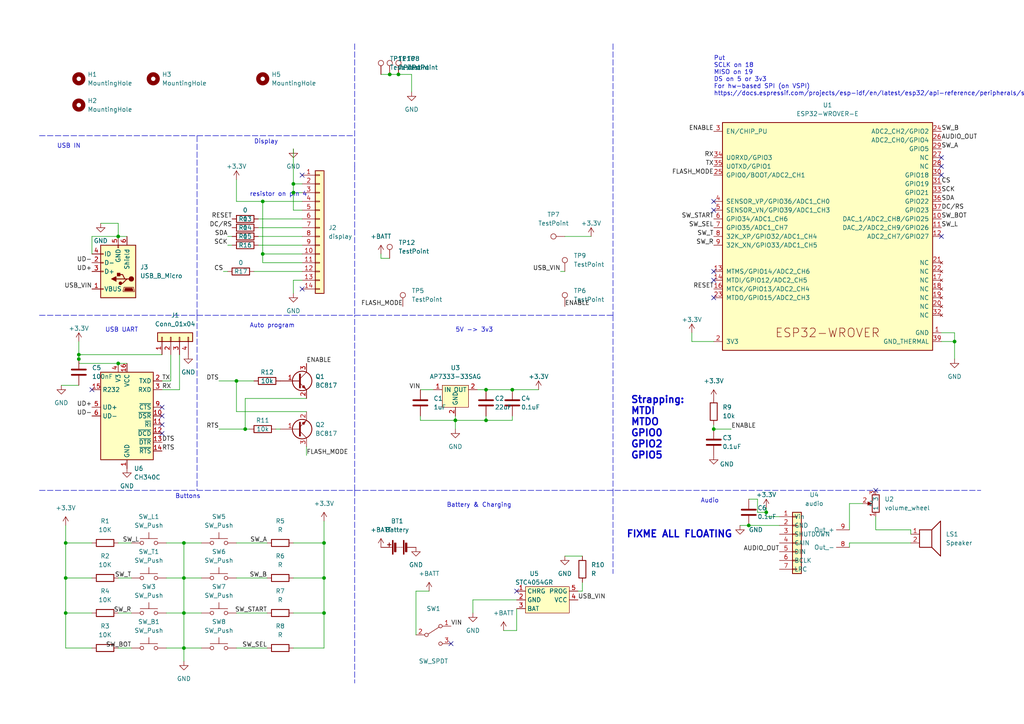
<source format=kicad_sch>
(kicad_sch (version 20211123) (generator eeschema)
  (paper "A4")
  (lib_symbols
    (symbol "+3.3V_3" (power) (pin_names (offset 0))
      (property "Value" "+3.3V_3" (at 0 3.556 0))
      (symbol "+3.3V_3_0_1"
        (polyline (pts (xy -0.762 1.27) (xy 0 2.54)))
        (polyline (pts (xy 0 0) (xy 0 2.54)))
        (polyline (pts (xy 0 2.54) (xy 0.762 1.27)))
      )
      (symbol "+3.3V_3_1_1"
        (pin power_in line (at 0 0 90) (length 0) hide (name "+3.3V") (number "1"))
      )
    )
    (symbol "+3.3V_4" (power) (pin_names (offset 0))
      (property "Value" "+3.3V_4" (at 0 3.556 0))
      (symbol "+3.3V_4_0_1"
        (polyline (pts (xy -0.762 1.27) (xy 0 2.54)))
        (polyline (pts (xy 0 0) (xy 0 2.54)))
        (polyline (pts (xy 0 2.54) (xy 0.762 1.27)))
      )
      (symbol "+3.3V_4_1_1"
        (pin power_in line (at 0 0 90) (length 0) hide (name "+3.3V") (number "1"))
      )
    )
    (symbol "+3.3V_5" (power) (pin_names (offset 0))
      (property "Value" "+3.3V_5" (at 0 3.556 0))
      (symbol "+3.3V_5_0_1"
        (polyline (pts (xy -0.762 1.27) (xy 0 2.54)))
        (polyline (pts (xy 0 0) (xy 0 2.54)))
        (polyline (pts (xy 0 2.54) (xy 0.762 1.27)))
      )
      (symbol "+3.3V_5_1_1"
        (pin power_in line (at 0 0 90) (length 0) hide (name "+3.3V") (number "1"))
      )
    )
    (symbol "Connector:TestPoint" (pin_numbers hide) (pin_names (offset 0.762) hide)
      (property "Reference" "TP" (at 0 6.858 0))
      (property "Value" "TestPoint" (at 0 5.08 0))
      (symbol "TestPoint_0_1"
        (circle (center 0 3.302) (radius 0.762))
      )
      (symbol "TestPoint_1_1"
        (pin passive line (at 0 0 90) (length 2.54) (name "1") (number "1"))
      )
    )
    (symbol "Connector:USB_B_Micro" (pin_names (offset 1.016))
      (property "Reference" "J" (at -5.08 11.43 0))
      (property "Value" "USB_B_Micro" (at -5.08 8.89 0))
      (symbol "USB_B_Micro_0_1"
        (rectangle (start -5.08 -7.62) (end 5.08 7.62) (stroke (width 0.254)) (fill (type background)))
        (circle (center -3.81 2.159) (radius 0.635) (stroke (width 0.254)) (fill (type outline)))
        (circle (center -0.635 3.429) (radius 0.381) (stroke (width 0.254)) (fill (type outline)))
        (rectangle (start -0.127 -7.62) (end 0.127 -6.858))
        (polyline (pts (xy -1.905 2.159) (xy 0.635 2.159)) (stroke (width 0.254)))
        (polyline (pts (xy -3.175 2.159) (xy -2.54 2.159) (xy -1.27 3.429) (xy -0.635 3.429)) (stroke (width 0.254)))
        (polyline (pts (xy -2.54 2.159) (xy -1.905 2.159) (xy -1.27 0.889) (xy 0 0.889)) (stroke (width 0.254)))
        (polyline (pts (xy 0.635 2.794) (xy 0.635 1.524) (xy 1.905 2.159) (xy 0.635 2.794)) (stroke (width 0.254)) (fill (type outline)))
        (polyline (pts (xy -4.318 5.588) (xy -1.778 5.588) (xy -2.032 4.826) (xy -4.064 4.826) (xy -4.318 5.588)) (fill (type outline)))
        (polyline (pts (xy -4.699 5.842) (xy -4.699 5.588) (xy -4.445 4.826) (xy -4.445 4.572) (xy -1.651 4.572) (xy -1.651 4.826) (xy -1.397 5.588) (xy -1.397 5.842) (xy -4.699 5.842)))
        (rectangle (start 0.254 1.27) (end -0.508 0.508) (stroke (width 0.254)) (fill (type outline)))
        (rectangle (start 5.08 -5.207) (end 4.318 -4.953))
        (rectangle (start 5.08 -2.667) (end 4.318 -2.413))
        (rectangle (start 5.08 -0.127) (end 4.318 0.127))
        (rectangle (start 5.08 4.953) (end 4.318 5.207))
      )
      (symbol "USB_B_Micro_1_1"
        (pin power_out line (at 7.62 5.08 180) (length 2.54) (name "VBUS") (number "1"))
        (pin bidirectional line (at 7.62 -2.54 180) (length 2.54) (name "D-") (number "2"))
        (pin bidirectional line (at 7.62 0 180) (length 2.54) (name "D+") (number "3"))
        (pin passive line (at 7.62 -5.08 180) (length 2.54) (name "ID") (number "4"))
        (pin power_out line (at 0 -10.16 90) (length 2.54) (name "GND") (number "5"))
        (pin passive line (at -2.54 -10.16 90) (length 2.54) (name "Shield") (number "6"))
      )
    )
    (symbol "Connector_Generic:Conn_01x04" (pin_names (offset 1.016) hide)
      (property "Reference" "J" (at 0 5.08 0))
      (property "Value" "Conn_01x04" (at 0 -7.62 0))
      (symbol "Conn_01x04_1_1"
        (rectangle (start -1.27 -4.953) (end 0 -5.207) (stroke (width 0.1524)))
        (rectangle (start -1.27 -2.413) (end 0 -2.667) (stroke (width 0.1524)))
        (rectangle (start -1.27 0.127) (end 0 -0.127) (stroke (width 0.1524)))
        (rectangle (start -1.27 2.667) (end 0 2.413) (stroke (width 0.1524)))
        (rectangle (start -1.27 3.81) (end 1.27 -6.35) (stroke (width 0.254)) (fill (type background)))
        (pin passive line (at -5.08 2.54 0) (length 3.81) (name "Pin_1") (number "1"))
        (pin passive line (at -5.08 0 0) (length 3.81) (name "Pin_2") (number "2"))
        (pin passive line (at -5.08 -2.54 0) (length 3.81) (name "Pin_3") (number "3"))
        (pin passive line (at -5.08 -5.08 0) (length 3.81) (name "Pin_4") (number "4"))
      )
    )
    (symbol "Connector_Generic:Conn_01x14" (pin_names (offset 1.016) hide)
      (property "Reference" "J" (at 0 17.78 0))
      (property "Value" "Conn_01x14" (at 0 -20.32 0))
      (symbol "Conn_01x14_1_1"
        (rectangle (start -1.27 -17.653) (end 0 -17.907) (stroke (width 0.1524)))
        (rectangle (start -1.27 -15.113) (end 0 -15.367) (stroke (width 0.1524)))
        (rectangle (start -1.27 -12.573) (end 0 -12.827) (stroke (width 0.1524)))
        (rectangle (start -1.27 -10.033) (end 0 -10.287) (stroke (width 0.1524)))
        (rectangle (start -1.27 -7.493) (end 0 -7.747) (stroke (width 0.1524)))
        (rectangle (start -1.27 -4.953) (end 0 -5.207) (stroke (width 0.1524)))
        (rectangle (start -1.27 -2.413) (end 0 -2.667) (stroke (width 0.1524)))
        (rectangle (start -1.27 0.127) (end 0 -0.127) (stroke (width 0.1524)))
        (rectangle (start -1.27 2.667) (end 0 2.413) (stroke (width 0.1524)))
        (rectangle (start -1.27 5.207) (end 0 4.953) (stroke (width 0.1524)))
        (rectangle (start -1.27 7.747) (end 0 7.493) (stroke (width 0.1524)))
        (rectangle (start -1.27 10.287) (end 0 10.033) (stroke (width 0.1524)))
        (rectangle (start -1.27 12.827) (end 0 12.573) (stroke (width 0.1524)))
        (rectangle (start -1.27 15.367) (end 0 15.113) (stroke (width 0.1524)))
        (rectangle (start -1.27 16.51) (end 1.27 -19.05) (stroke (width 0.254)) (fill (type background)))
        (pin passive line (at -5.08 15.24 0) (length 3.81) (name "Pin_1") (number "1"))
        (pin passive line (at -5.08 -7.62 0) (length 3.81) (name "Pin_10") (number "10"))
        (pin passive line (at -5.08 -10.16 0) (length 3.81) (name "Pin_11") (number "11"))
        (pin passive line (at -5.08 -12.7 0) (length 3.81) (name "Pin_12") (number "12"))
        (pin passive line (at -5.08 -15.24 0) (length 3.81) (name "Pin_13") (number "13"))
        (pin passive line (at -5.08 -17.78 0) (length 3.81) (name "Pin_14") (number "14"))
        (pin passive line (at -5.08 12.7 0) (length 3.81) (name "Pin_2") (number "2"))
        (pin passive line (at -5.08 10.16 0) (length 3.81) (name "Pin_3") (number "3"))
        (pin passive line (at -5.08 7.62 0) (length 3.81) (name "Pin_4") (number "4"))
        (pin passive line (at -5.08 5.08 0) (length 3.81) (name "Pin_5") (number "5"))
        (pin passive line (at -5.08 2.54 0) (length 3.81) (name "Pin_6") (number "6"))
        (pin passive line (at -5.08 0 0) (length 3.81) (name "Pin_7") (number "7"))
        (pin passive line (at -5.08 -2.54 0) (length 3.81) (name "Pin_8") (number "8"))
        (pin passive line (at -5.08 -5.08 0) (length 3.81) (name "Pin_9") (number "9"))
      )
    )
    (symbol "Device:Battery" (pin_numbers hide) (pin_names (offset 0) hide)
      (property "Reference" "BT" (at 2.54 2.54 0))
      (property "Value" "Battery" (at 2.54 0 0))
      (symbol "Battery_0_1"
        (rectangle (start -2.032 -1.397) (end 2.032 -1.651) (fill (type outline)))
        (rectangle (start -2.032 1.778) (end 2.032 1.524) (fill (type outline)))
        (rectangle (start -1.3208 -1.9812) (end 1.27 -2.4892) (fill (type outline)))
        (rectangle (start -1.3208 1.1938) (end 1.27 0.6858) (fill (type outline)))
        (polyline (pts (xy 0 -1.524) (xy 0 -1.27)))
        (polyline (pts (xy 0 -1.016) (xy 0 -0.762)))
        (polyline (pts (xy 0 -0.508) (xy 0 -0.254)))
        (polyline (pts (xy 0 0) (xy 0 0.254)))
        (polyline (pts (xy 0 0.508) (xy 0 0.762)))
        (polyline (pts (xy 0 1.778) (xy 0 2.54)))
        (polyline (pts (xy 0.254 2.667) (xy 1.27 2.667)) (stroke (width 0.254)))
        (polyline (pts (xy 0.762 3.175) (xy 0.762 2.159)) (stroke (width 0.254)))
      )
      (symbol "Battery_1_1"
        (pin passive line (at 0 5.08 270) (length 2.54) (name "+") (number "1"))
        (pin passive line (at 0 -5.08 90) (length 2.54) (name "-") (number "2"))
      )
    )
    (symbol "Device:C" (pin_numbers hide) (pin_names (offset 0.254))
      (property "Reference" "C" (at 0.635 2.54 0))
      (property "Value" "C" (at 0.635 -2.54 0))
      (symbol "C_0_1"
        (polyline (pts (xy -2.032 -0.762) (xy 2.032 -0.762)) (stroke (width 0.508)))
        (polyline (pts (xy -2.032 0.762) (xy 2.032 0.762)) (stroke (width 0.508)))
      )
      (symbol "C_1_1"
        (pin passive line (at 0 3.81 270) (length 2.794) (name "~") (number "1"))
        (pin passive line (at 0 -3.81 90) (length 2.794) (name "~") (number "2"))
      )
    )
    (symbol "Device:R" (pin_numbers hide) (pin_names (offset 0))
      (property "Reference" "R" (at 2.032 0 90))
      (property "Value" "R" (at 0 0 90))
      (symbol "R_0_1"
        (rectangle (start -1.016 -2.54) (end 1.016 2.54) (stroke (width 0.254)))
      )
      (symbol "R_1_1"
        (pin passive line (at 0 3.81 270) (length 1.27) (name "~") (number "1"))
        (pin passive line (at 0 -3.81 90) (length 1.27) (name "~") (number "2"))
      )
    )
    (symbol "Device:Speaker" (pin_names (offset 0) hide)
      (property "Reference" "LS" (at 1.27 5.715 0))
      (property "Value" "Speaker" (at 1.27 3.81 0))
      (symbol "Speaker_0_0"
        (rectangle (start -2.54 1.27) (end 1.016 -3.81) (stroke (width 0.254)))
        (polyline (pts (xy 1.016 1.27) (xy 3.556 3.81) (xy 3.556 -6.35) (xy 1.016 -3.81)) (stroke (width 0.254)))
      )
      (symbol "Speaker_1_1"
        (pin input line (at -5.08 0 0) (length 2.54) (name "1") (number "1"))
        (pin input line (at -5.08 -2.54 0) (length 2.54) (name "2") (number "2"))
      )
    )
    (symbol "Espressif:ESP32-WROVER-E" (pin_names (offset 1.016))
      (property "Reference" "U" (at -30.48 38.1 0))
      (property "Value" "ESP32-WROVER-E" (at -30.48 35.56 0))
      (symbol "ESP32-WROVER-E_0_1"
        (rectangle (start -30.48 33.02) (end 30.48 -33.02) (stroke (width 0.254)) (fill (type background)))
      )
      (symbol "ESP32-WROVER-E_1_1"
        (text "ESP32-­WROVER" (at 0 -27.94 0) (effects (font (size 2.54 2.54))))
        (pin power_in line (at 33.02 -27.94 180) (length 2.54) (name "GND") (number "1"))
        (pin bidirectional line (at 33.02 5.08 180) (length 2.54) (name "DAC_1/ADC2_CH8/GPIO25") (number "10"))
        (pin bidirectional line (at 33.02 2.54 180) (length 2.54) (name "DAC_2/ADC2_CH9/GPIO26") (number "11"))
        (pin bidirectional line (at 33.02 0 180) (length 2.54) (name "ADC2_CH7/GPIO27") (number "12"))
        (pin bidirectional line (at -33.02 -10.16 0) (length 2.54) (name "MTMS/GPIO14/ADC2_CH6") (number "13"))
        (pin bidirectional line (at -33.02 -12.7 0) (length 2.54) (name "MTDI/GPIO12/ADC2_CH5") (number "14"))
        (pin passive line (at 33.02 -27.94 180) (length 2.54) hide (name "GND") (number "15"))
        (pin bidirectional line (at -33.02 -15.24 0) (length 2.54) (name "MTCK/GPIO13/ADC2_CH4") (number "16"))
        (pin no_connect line (at 33.02 -12.7 180) (length 2.54) (name "NC") (number "17"))
        (pin no_connect line (at 33.02 -15.24 180) (length 2.54) (name "NC") (number "18"))
        (pin no_connect line (at 33.02 -17.78 180) (length 2.54) (name "NC") (number "19"))
        (pin power_in line (at -33.02 -30.48 0) (length 2.54) (name "3V3") (number "2"))
        (pin no_connect line (at 33.02 -20.32 180) (length 2.54) (name "NC") (number "20"))
        (pin no_connect line (at 33.02 -7.62 180) (length 2.54) (name "NC") (number "21"))
        (pin no_connect line (at 33.02 -10.16 180) (length 2.54) (name "NC") (number "22"))
        (pin bidirectional line (at -33.02 -17.78 0) (length 2.54) (name "MTDO/GPIO15/ADC2_CH3") (number "23"))
        (pin bidirectional line (at 33.02 30.48 180) (length 2.54) (name "ADC2_CH2/GPIO2") (number "24"))
        (pin bidirectional line (at -33.02 17.78 0) (length 2.54) (name "GPIO0/BOOT/ADC2_CH1") (number "25"))
        (pin bidirectional line (at 33.02 27.94 180) (length 2.54) (name "ADC2_CH0/GPIO4") (number "26"))
        (pin bidirectional line (at 33.02 22.86 180) (length 2.54) (name "NC") (number "27"))
        (pin bidirectional line (at 33.02 20.32 180) (length 2.54) (name "NC") (number "28"))
        (pin bidirectional line (at 33.02 25.4 180) (length 2.54) (name "GPIO5") (number "29"))
        (pin input line (at -33.02 30.48 0) (length 2.54) (name "EN/CHIP_PU") (number "3"))
        (pin bidirectional line (at 33.02 17.78 180) (length 2.54) (name "GPIO18") (number "30"))
        (pin bidirectional line (at 33.02 15.24 180) (length 2.54) (name "GPIO19") (number "31"))
        (pin no_connect line (at 33.02 -22.86 180) (length 2.54) (name "NC") (number "32"))
        (pin bidirectional line (at 33.02 12.7 180) (length 2.54) (name "GPIO21") (number "33"))
        (pin bidirectional line (at -33.02 22.86 0) (length 2.54) (name "U0RXD/GPIO3") (number "34"))
        (pin bidirectional line (at -33.02 20.32 0) (length 2.54) (name "U0TXD/GPIO1") (number "35"))
        (pin bidirectional line (at 33.02 10.16 180) (length 2.54) (name "GPIO22") (number "36"))
        (pin bidirectional line (at 33.02 7.62 180) (length 2.54) (name "GPIO23") (number "37"))
        (pin passive line (at 33.02 -27.94 180) (length 2.54) hide (name "GND") (number "38"))
        (pin power_in line (at 33.02 -30.48 180) (length 2.54) (name "GND_THERMAL") (number "39"))
        (pin input line (at -33.02 10.16 0) (length 2.54) (name "SENSOR_VP/GPIO36/ADC1_CH0") (number "4"))
        (pin input line (at -33.02 7.62 0) (length 2.54) (name "SENSOR_VN/GPIO39/ADC1_CH3") (number "5"))
        (pin input line (at -33.02 5.08 0) (length 2.54) (name "GPIO34/ADC1_CH6") (number "6"))
        (pin input line (at -33.02 2.54 0) (length 2.54) (name "GPIO35/ADC1_CH7") (number "7"))
        (pin bidirectional line (at -33.02 0 0) (length 2.54) (name "32K_XP/GPIO32/ADC1_CH4") (number "8"))
        (pin bidirectional line (at -33.02 -2.54 0) (length 2.54) (name "32K_XN/GPIO33/ADC1_CH5") (number "9"))
      )
    )
    (symbol "Interface_USB:CH340C"
      (property "Reference" "U" (at -5.08 13.97 0))
      (property "Value" "CH340C" (at 1.27 13.97 0))
      (symbol "CH340C_0_1"
        (rectangle (start -7.62 12.7) (end 7.62 -12.7) (stroke (width 0.254)) (fill (type background)))
      )
      (symbol "CH340C_1_1"
        (pin power_in line (at 0 -15.24 90) (length 2.54) (name "GND") (number "1"))
        (pin input line (at 10.16 0 180) (length 2.54) (name "~{DSR}") (number "10"))
        (pin input line (at 10.16 -2.54 180) (length 2.54) (name "~{RI}") (number "11"))
        (pin input line (at 10.16 -5.08 180) (length 2.54) (name "~{DCD}") (number "12"))
        (pin output line (at 10.16 -7.62 180) (length 2.54) (name "~{DTR}") (number "13"))
        (pin output line (at 10.16 -10.16 180) (length 2.54) (name "~{RTS}") (number "14"))
        (pin input line (at -10.16 7.62 0) (length 2.54) (name "R232") (number "15"))
        (pin power_in line (at 0 15.24 270) (length 2.54) (name "VCC") (number "16"))
        (pin output line (at 10.16 10.16 180) (length 2.54) (name "TXD") (number "2"))
        (pin input line (at 10.16 7.62 180) (length 2.54) (name "RXD") (number "3"))
        (pin passive line (at -2.54 15.24 270) (length 2.54) (name "V3") (number "4"))
        (pin bidirectional line (at -10.16 2.54 0) (length 2.54) (name "UD+") (number "5"))
        (pin bidirectional line (at -10.16 0 0) (length 2.54) (name "UD-") (number "6"))
        (pin no_connect line (at -7.62 -7.62 0) (length 2.54) hide (name "NC") (number "7"))
        (pin no_connect line (at -7.62 -10.16 0) (length 2.54) hide (name "NC") (number "8"))
        (pin input line (at 10.16 2.54 180) (length 2.54) (name "~{CTS}") (number "9"))
      )
    )
    (symbol "Mechanical:MountingHole" (pin_names (offset 1.016))
      (property "Reference" "H" (at 0 5.08 0))
      (property "Value" "MountingHole" (at 0 3.175 0))
      (symbol "MountingHole_0_1"
        (circle (center 0 0) (radius 1.27) (stroke (width 1.27)))
      )
    )
    (symbol "Switch:SW_Push" (pin_numbers hide) (pin_names (offset 1.016) hide)
      (property "Reference" "SW" (at 1.27 2.54 0))
      (property "Value" "SW_Push" (at 0 -1.524 0))
      (symbol "SW_Push_0_1"
        (circle (center -2.032 0) (radius 0.508))
        (polyline (pts (xy 0 1.27) (xy 0 3.048)))
        (polyline (pts (xy 2.54 1.27) (xy -2.54 1.27)))
        (circle (center 2.032 0) (radius 0.508))
        (pin passive line (at -5.08 0 0) (length 2.54) (name "1") (number "1"))
        (pin passive line (at 5.08 0 180) (length 2.54) (name "2") (number "2"))
      )
    )
    (symbol "Switch:SW_SPDT" (pin_names (offset 0) hide)
      (property "Reference" "SW" (at 0 4.318 0))
      (property "Value" "SW_SPDT" (at 0 -5.08 0))
      (symbol "SW_SPDT_0_0"
        (circle (center -2.032 0) (radius 0.508))
        (circle (center 2.032 -2.54) (radius 0.508))
      )
      (symbol "SW_SPDT_0_1"
        (polyline (pts (xy -1.524 0.254) (xy 1.651 2.286)))
        (circle (center 2.032 2.54) (radius 0.508))
      )
      (symbol "SW_SPDT_1_1"
        (pin passive line (at 5.08 2.54 180) (length 2.54) (name "A") (number "1"))
        (pin passive line (at -5.08 0 0) (length 2.54) (name "B") (number "2"))
        (pin passive line (at 5.08 -2.54 180) (length 2.54) (name "C") (number "3"))
      )
    )
    (symbol "Transistor_BJT:BC817" (pin_names (offset 0) hide)
      (property "Reference" "Q" (at 5.08 1.905 0))
      (property "Value" "BC817" (at 5.08 0 0))
      (symbol "BC817_0_1"
        (polyline (pts (xy 0.635 0.635) (xy 2.54 2.54)))
        (polyline (pts (xy 0.635 -0.635) (xy 2.54 -2.54) (xy 2.54 -2.54)))
        (polyline (pts (xy 0.635 1.905) (xy 0.635 -1.905) (xy 0.635 -1.905)) (stroke (width 0.508)))
        (polyline (pts (xy 1.27 -1.778) (xy 1.778 -1.27) (xy 2.286 -2.286) (xy 1.27 -1.778) (xy 1.27 -1.778)) (fill (type outline)))
        (circle (center 1.27 0) (radius 2.8194) (stroke (width 0.254)))
      )
      (symbol "BC817_1_1"
        (pin input line (at -5.08 0 0) (length 5.715) (name "B") (number "1"))
        (pin passive line (at 2.54 -5.08 90) (length 2.54) (name "E") (number "2"))
        (pin passive line (at 2.54 5.08 270) (length 2.54) (name "C") (number "3"))
      )
    )
    (symbol "picopico:AP7333-33SAG"
      (property "Reference" "U" (at 2.54 -2.54 0))
      (property "Value" "AP7333-33SAG" (at 0 6.35 0))
      (symbol "AP7333-33SAG_0_1"
        (rectangle (start -3.81 5.08) (end 3.81 -1.27) (fill (type background)))
      )
      (symbol "AP7333-33SAG_1_1"
        (pin input line (at -6.35 3.81 0) (length 2.54) (name "IN") (number "1"))
        (pin input line (at 0 -3.81 90) (length 2.54) (name "GND") (number "2"))
        (pin input line (at 6.35 3.81 180) (length 2.54) (name "OUT") (number "2"))
      )
    )
    (symbol "picopico:STC4054GR"
      (property "Reference" "U" (at 0 -7.62 0))
      (property "Value" "STC4054GR" (at 0 -6.35 0))
      (symbol "STC4054GR_0_1"
        (rectangle (start -2.54 3.81) (end 10.16 -3.81) (fill (type background)))
      )
      (symbol "STC4054GR_1_1"
        (pin input line (at -5.08 2.54 0) (length 2.54) (name "CHRG") (number "1"))
        (pin input line (at -5.08 0 0) (length 2.54) (name "GND") (number "2"))
        (pin input line (at -5.08 -2.54 0) (length 2.54) (name "BAT") (number "3"))
        (pin input line (at 12.7 0 180) (length 2.54) (name "VCC") (number "4"))
        (pin input line (at 12.7 2.54 180) (length 2.54) (name "PROG") (number "5"))
      )
    )
    (symbol "picopico:audio"
      (property "Reference" "U" (at 0 0 0))
      (property "Value" "audio" (at 0 0 0))
      (symbol "audio_1_1"
        (rectangle (start -1.27 -8.763) (end 0 -9.017) (stroke (width 0.1524)))
        (rectangle (start -1.27 -6.223) (end 0 -6.477) (stroke (width 0.1524)))
        (rectangle (start -1.27 -3.683) (end 0 -3.937) (stroke (width 0.1524)))
        (rectangle (start -1.27 -1.143) (end 0 -1.397) (stroke (width 0.1524)))
        (rectangle (start -1.27 1.397) (end 0 1.143) (stroke (width 0.1524)))
        (rectangle (start -1.27 3.937) (end 0 3.683) (stroke (width 0.1524)))
        (rectangle (start -1.27 6.477) (end 0 6.223) (stroke (width 0.1524)))
        (rectangle (start -1.27 7.62) (end 1.27 -10.16) (stroke (width 0.254)) (fill (type background)))
        (pin input line (at -5.08 6.35 0) (length 3.81) (name "Vin") (number "1"))
        (pin passive line (at -5.08 3.81 0) (length 3.81) (name "GND") (number "2"))
        (pin passive line (at -5.08 1.27 0) (length 3.81) (name "SHUTDOWN") (number "3"))
        (pin passive line (at -5.08 -1.27 0) (length 3.81) (name "GAIN") (number "4"))
        (pin passive line (at -5.08 -3.81 0) (length 3.81) (name "DIN") (number "5"))
        (pin passive line (at -5.08 -6.35 0) (length 3.81) (name "BCLK") (number "6"))
        (pin passive line (at -5.08 -8.89 0) (length 3.81) (name "LRC") (number "7"))
        (pin output line (at 15.24 -2.54 180) (length 3.81) (name "Out_-") (number "8"))
        (pin output line (at 15.24 2.54 180) (length 3.81) (name "Out_+") (number "9"))
      )
    )
    (symbol "picopico:volume_wheel"
      (property "Reference" "U" (at 0 0 0))
      (property "Value" "volume_wheel" (at 0 0 0))
      (symbol "volume_wheel_0_1"
        (polyline (pts (xy 2.54 3.81) (xy 1.524 3.81)))
        (polyline (pts (xy 1.143 3.81) (xy 2.286 4.318) (xy 2.286 3.302) (xy 1.143 3.81)) (fill (type outline)))
        (rectangle (start 1.016 6.35) (end -1.016 1.27) (stroke (width 0.254)))
      )
      (symbol "volume_wheel_1_1"
        (pin passive line (at 0 7.62 270) (length 1.27) (name "1") (number "1"))
        (pin passive line (at 3.81 3.81 180) (length 1.27) (name "2") (number "2"))
        (pin passive line (at 0 0 90) (length 1.27) (name "3") (number "3"))
      )
    )
    (symbol "power:+3.3V" (power) (pin_names (offset 0))
      (property "Value" "+3.3V" (at 0 3.556 0))
      (symbol "+3.3V_0_1"
        (polyline (pts (xy -0.762 1.27) (xy 0 2.54)))
        (polyline (pts (xy 0 0) (xy 0 2.54)))
        (polyline (pts (xy 0 2.54) (xy 0.762 1.27)))
      )
      (symbol "+3.3V_1_1"
        (pin power_in line (at 0 0 90) (length 0) hide (name "+3.3V") (number "1"))
      )
    )
    (symbol "power:+BATT" (power) (pin_names (offset 0))
      (property "Value" "+BATT" (at 0 3.556 0))
      (symbol "+BATT_0_1"
        (polyline (pts (xy -0.762 1.27) (xy 0 2.54)))
        (polyline (pts (xy 0 0) (xy 0 2.54)))
        (polyline (pts (xy 0 2.54) (xy 0.762 1.27)))
      )
      (symbol "+BATT_1_1"
        (pin power_in line (at 0 0 90) (length 0) hide (name "+BATT") (number "1"))
      )
    )
    (symbol "power:GND" (power) (pin_names (offset 0))
      (property "Value" "GND" (at 0 -3.81 0))
      (symbol "GND_0_1"
        (polyline (pts (xy 0 0) (xy 0 -1.27) (xy 1.27 -1.27) (xy 0 -2.54) (xy -1.27 -1.27) (xy 0 -1.27)))
      )
      (symbol "GND_1_1"
        (pin power_in line (at 0 0 270) (length 0) hide (name "GND") (number "1"))
      )
    )
  )
  (junction (at 276.86 99.06))
  (junction (at 207.01 124.46))
  (junction (at 53.34 157.48))
  (junction (at 68.58 110.49))
  (junction (at 71.12 124.46))
  (junction (at 93.98 167.64))
  (junction (at 76.2 73.66))
  (junction (at 34.29 105.41))
  (junction (at 53.34 187.96))
  (junction (at 53.34 167.64))
  (junction (at 19.05 157.48))
  (junction (at 93.98 157.48))
  (junction (at 53.34 177.8))
  (junction (at 132.08 121.92))
  (junction (at 85.09 55.88))
  (junction (at 93.98 177.8))
  (junction (at 76.2 58.42))
  (junction (at 19.05 177.8))
  (junction (at 113.03 21.59))
  (junction (at 148.59 113.03))
  (junction (at 222.25 148.59))
  (junction (at 19.05 167.64))
  (junction (at 34.29 68.58))
  (junction (at 22.86 102.87))
  (junction (at 22.86 104.14))
  (junction (at 85.09 53.34))
  (junction (at 140.97 121.92))
  (junction (at 115.57 21.59))
  (junction (at 217.17 152.4))
  (junction (at 140.97 113.03))
  (no_connect (at 273.05 48.26))
  (no_connect (at 273.05 45.72))
  (no_connect (at 273.05 68.58))
  (no_connect (at 207.01 81.28))
  (no_connect (at 207.01 86.36))
  (no_connect (at 207.01 78.74))
  (no_connect (at 87.63 83.82))
  (no_connect (at 87.63 50.8))
  (no_connect (at 254 142.24))
  (no_connect (at 130.81 186.69))
  (no_connect (at 149.86 171.45))
  (no_connect (at 207.01 58.42))
  (no_connect (at 207.01 60.96))
  (no_connect (at 273.05 50.8))
  (no_connect (at 26.67 113.03))
  (no_connect (at 46.99 118.11))
  (no_connect (at 46.99 120.65))
  (no_connect (at 46.99 125.73))
  (no_connect (at 46.99 123.19))
  (wire (pts (xy 71.12 115.57) (xy 71.12 124.46)))
  (wire (pts (xy 137.16 177.8) (xy 137.16 173.99)))
  (wire (pts (xy 217.17 152.4) (xy 226.06 152.4)))
  (wire (pts (xy 207.01 124.46) (xy 212.09 124.46)))
  (wire (pts (xy 200.66 99.06) (xy 200.66 96.52)))
  (wire (pts (xy 46.99 113.03) (xy 52.07 113.03)))
  (wire (pts (xy 74.93 68.58) (xy 87.63 68.58)))
  (polyline (pts (xy 57.15 91.44) (xy 57.15 39.37)))
  (polyline (pts (xy 177.8 12.7) (xy 177.8 91.44)))
  (wire (pts (xy 88.9 129.54) (xy 88.9 132.08)))
  (wire (pts (xy 68.58 177.8) (xy 77.47 177.8)))
  (wire (pts (xy 85.09 177.8) (xy 93.98 177.8)))
  (polyline (pts (xy 102.87 12.7) (xy 102.87 48.26)))
  (wire (pts (xy 85.09 53.34) (xy 85.09 43.18)))
  (wire (pts (xy 34.29 105.41) (xy 36.83 105.41)))
  (wire (pts (xy 222.25 147.32) (xy 222.25 148.59)))
  (wire (pts (xy 87.63 81.28) (xy 85.09 81.28)))
  (wire (pts (xy 34.29 187.96) (xy 38.1 187.96)))
  (wire (pts (xy 34.29 64.77) (xy 34.29 68.58)))
  (wire (pts (xy 85.09 81.28) (xy 85.09 85.09)))
  (wire (pts (xy 167.64 171.45) (xy 168.91 171.45)))
  (wire (pts (xy 207.01 99.06) (xy 200.66 99.06)))
  (polyline (pts (xy 11.43 91.44) (xy 102.87 91.44)))
  (wire (pts (xy 52.07 113.03) (xy 52.07 102.87)))
  (wire (pts (xy 34.29 105.41) (xy 22.86 105.41)))
  (wire (pts (xy 168.91 171.45) (xy 168.91 168.91)))
  (wire (pts (xy 19.05 157.48) (xy 26.67 157.48)))
  (wire (pts (xy 53.34 157.48) (xy 53.34 167.64)))
  (wire (pts (xy 276.86 96.52) (xy 276.86 99.06)))
  (wire (pts (xy 34.29 68.58) (xy 36.83 68.58)))
  (wire (pts (xy 48.26 157.48) (xy 53.34 157.48)))
  (wire (pts (xy 74.93 71.12) (xy 87.63 71.12)))
  (wire (pts (xy 87.63 60.96) (xy 85.09 60.96)))
  (polyline (pts (xy 102.87 142.24) (xy 102.87 198.12)))
  (wire (pts (xy 85.09 55.88) (xy 87.63 55.88)))
  (polyline (pts (xy 11.43 142.24) (xy 284.48 142.24)))
  (wire (pts (xy 46.99 110.49) (xy 49.53 110.49)))
  (wire (pts (xy 219.71 148.59) (xy 222.25 148.59)))
  (wire (pts (xy 110.49 21.59) (xy 113.03 21.59)))
  (wire (pts (xy 53.34 177.8) (xy 53.34 187.96)))
  (wire (pts (xy 110.49 73.66) (xy 110.49 74.93)))
  (wire (pts (xy 110.49 74.93) (xy 113.03 74.93)))
  (wire (pts (xy 53.34 157.48) (xy 58.42 157.48)))
  (polyline (pts (xy 57.15 39.37) (xy 102.87 39.37)))
  (wire (pts (xy 22.86 104.14) (xy 22.86 102.87)))
  (wire (pts (xy 163.83 161.29) (xy 168.91 161.29)))
  (wire (pts (xy 85.09 187.96) (xy 93.98 187.96)))
  (wire (pts (xy 53.34 187.96) (xy 53.34 191.77)))
  (wire (pts (xy 276.86 99.06) (xy 276.86 104.14)))
  (wire (pts (xy 132.08 120.65) (xy 132.08 121.92)))
  (wire (pts (xy 68.58 167.64) (xy 77.47 167.64)))
  (wire (pts (xy 19.05 167.64) (xy 26.67 167.64)))
  (wire (pts (xy 63.5 124.46) (xy 71.12 124.46)))
  (wire (pts (xy 71.12 115.57) (xy 88.9 115.57)))
  (wire (pts (xy 73.66 78.74) (xy 87.63 78.74)))
  (wire (pts (xy 34.29 157.48) (xy 38.1 157.48)))
  (wire (pts (xy 76.2 58.42) (xy 87.63 58.42)))
  (wire (pts (xy 121.92 121.92) (xy 132.08 121.92)))
  (wire (pts (xy 87.63 76.2) (xy 76.2 76.2)))
  (wire (pts (xy 68.58 157.48) (xy 77.47 157.48)))
  (wire (pts (xy 26.67 73.66) (xy 26.67 68.58)))
  (wire (pts (xy 246.38 146.05) (xy 250.19 146.05)))
  (wire (pts (xy 140.97 120.65) (xy 140.97 121.92)))
  (wire (pts (xy 19.05 167.64) (xy 19.05 177.8)))
  (wire (pts (xy 19.05 187.96) (xy 26.67 187.96)))
  (wire (pts (xy 132.08 121.92) (xy 132.08 124.46)))
  (wire (pts (xy 264.16 157.48) (xy 246.38 157.48)))
  (wire (pts (xy 246.38 157.48) (xy 246.38 158.75)))
  (wire (pts (xy 48.26 187.96) (xy 53.34 187.96)))
  (polyline (pts (xy 57.15 91.44) (xy 57.15 142.24)))
  (wire (pts (xy 124.46 171.45) (xy 120.65 171.45)))
  (wire (pts (xy 149.86 176.53) (xy 149.86 182.88)))
  (wire (pts (xy 87.63 53.34) (xy 85.09 53.34)))
  (wire (pts (xy 22.86 105.41) (xy 22.86 104.14)))
  (wire (pts (xy 93.98 187.96) (xy 93.98 177.8)))
  (wire (pts (xy 273.05 99.06) (xy 276.86 99.06)))
  (wire (pts (xy 113.03 21.59) (xy 115.57 21.59)))
  (wire (pts (xy 214.63 152.4) (xy 217.17 152.4)))
  (wire (pts (xy 163.83 68.58) (xy 171.45 68.58)))
  (polyline (pts (xy 102.87 48.26) (xy 102.87 91.44)))
  (wire (pts (xy 93.98 177.8) (xy 93.98 167.64)))
  (wire (pts (xy 66.04 71.12) (xy 67.31 71.12)))
  (wire (pts (xy 68.58 187.96) (xy 77.47 187.96)))
  (polyline (pts (xy 102.87 91.44) (xy 177.8 91.44)))
  (wire (pts (xy 22.86 102.87) (xy 22.86 99.06)))
  (wire (pts (xy 66.04 68.58) (xy 67.31 68.58)))
  (wire (pts (xy 68.58 119.38) (xy 88.9 119.38)))
  (wire (pts (xy 71.12 124.46) (xy 72.39 124.46)))
  (wire (pts (xy 140.97 121.92) (xy 148.59 121.92)))
  (wire (pts (xy 254 149.86) (xy 254 153.67)))
  (wire (pts (xy 273.05 96.52) (xy 276.86 96.52)))
  (wire (pts (xy 34.29 177.8) (xy 38.1 177.8)))
  (wire (pts (xy 53.34 167.64) (xy 53.34 177.8)))
  (wire (pts (xy 63.5 110.49) (xy 68.58 110.49)))
  (wire (pts (xy 68.58 119.38) (xy 68.58 110.49)))
  (wire (pts (xy 64.77 78.74) (xy 66.04 78.74)))
  (wire (pts (xy 48.26 167.64) (xy 53.34 167.64)))
  (wire (pts (xy 19.05 157.48) (xy 19.05 167.64)))
  (wire (pts (xy 76.2 73.66) (xy 76.2 58.42)))
  (wire (pts (xy 49.53 110.49) (xy 49.53 102.87)))
  (wire (pts (xy 76.2 76.2) (xy 76.2 73.66)))
  (wire (pts (xy 217.17 144.78) (xy 219.71 144.78)))
  (wire (pts (xy 148.59 113.03) (xy 156.21 113.03)))
  (wire (pts (xy 138.43 113.03) (xy 140.97 113.03)))
  (wire (pts (xy 85.09 167.64) (xy 93.98 167.64)))
  (wire (pts (xy 85.09 55.88) (xy 85.09 53.34)))
  (wire (pts (xy 29.21 64.77) (xy 34.29 64.77)))
  (wire (pts (xy 148.59 120.65) (xy 148.59 121.92)))
  (wire (pts (xy 119.38 26.67) (xy 119.38 21.59)))
  (wire (pts (xy 121.92 120.65) (xy 121.92 121.92)))
  (wire (pts (xy 222.25 148.59) (xy 222.25 149.86)))
  (wire (pts (xy 74.93 63.5) (xy 87.63 63.5)))
  (wire (pts (xy 17.78 111.76) (xy 22.86 111.76)))
  (wire (pts (xy 87.63 73.66) (xy 76.2 73.66)))
  (wire (pts (xy 120.65 171.45) (xy 120.65 184.15)))
  (wire (pts (xy 53.34 177.8) (xy 58.42 177.8)))
  (wire (pts (xy 93.98 157.48) (xy 93.98 151.13)))
  (wire (pts (xy 207.01 123.19) (xy 207.01 124.46)))
  (wire (pts (xy 132.08 121.92) (xy 140.97 121.92)))
  (wire (pts (xy 74.93 66.04) (xy 87.63 66.04)))
  (wire (pts (xy 219.71 144.78) (xy 219.71 148.59)))
  (wire (pts (xy 34.29 167.64) (xy 38.1 167.64)))
  (polyline (pts (xy 177.8 142.24) (xy 177.8 166.37)))
  (wire (pts (xy 19.05 177.8) (xy 19.05 187.96)))
  (wire (pts (xy 19.05 177.8) (xy 26.67 177.8)))
  (polyline (pts (xy 177.8 91.44) (xy 177.8 142.24)))
  (wire (pts (xy 26.67 68.58) (xy 34.29 68.58)))
  (wire (pts (xy 115.57 21.59) (xy 119.38 21.59)))
  (wire (pts (xy 80.01 124.46) (xy 81.28 124.46)))
  (wire (pts (xy 162.56 78.74) (xy 163.83 78.74)))
  (polyline (pts (xy 102.87 142.24) (xy 102.87 91.44)))
  (wire (pts (xy 53.34 167.64) (xy 58.42 167.64)))
  (wire (pts (xy 140.97 113.03) (xy 148.59 113.03)))
  (wire (pts (xy 137.16 173.99) (xy 149.86 173.99)))
  (wire (pts (xy 85.09 157.48) (xy 93.98 157.48)))
  (wire (pts (xy 22.86 102.87) (xy 46.99 102.87)))
  (wire (pts (xy 222.25 149.86) (xy 226.06 149.86)))
  (wire (pts (xy 58.42 187.96) (xy 53.34 187.96)))
  (wire (pts (xy 85.09 60.96) (xy 85.09 55.88)))
  (wire (pts (xy 149.86 182.88) (xy 146.05 182.88)))
  (wire (pts (xy 19.05 152.4) (xy 19.05 157.48)))
  (wire (pts (xy 68.58 58.42) (xy 76.2 58.42)))
  (wire (pts (xy 121.92 113.03) (xy 125.73 113.03)))
  (wire (pts (xy 48.26 177.8) (xy 53.34 177.8)))
  (wire (pts (xy 93.98 167.64) (xy 93.98 157.48)))
  (wire (pts (xy 246.38 153.67) (xy 246.38 146.05)))
  (polyline (pts (xy 11.43 39.37) (xy 57.15 39.37)))
  (wire (pts (xy 68.58 58.42) (xy 68.58 52.07)))
  (wire (pts (xy 68.58 110.49) (xy 73.66 110.49)))
  (wire (pts (xy 254 153.67) (xy 264.16 153.67)))
  (wire (pts (xy 264.16 153.67) (xy 264.16 154.94)))
  (text "Audio" (at 203.2 146.05 0) (effects (font (size 1.27 1.27)) (justify left bottom)))
  (text "Auto program" (at 72.39 95.25 0) (effects (font (size 1.27 1.27)) (justify left bottom)))
  (text "USB UART" (at 30.48 96.52 0) (effects (font (size 1.27 1.27)) (justify left bottom)))
  (text "Buttons" (at 50.8 144.78 0) (effects (font (size 1.27 1.27)) (justify left bottom)))
  (text "Display" (at 73.66 41.91 0) (effects (font (size 1.27 1.27)) (justify left bottom)))
  (text "Put\nSCLK on 18\nMISO on 19\nDS on 5 or 3v3\nFor hw-based SPI (on VSPI)\nhttps://docs.espressif.com/projects/esp-idf/en/latest/esp32/api-reference/peripherals/spi_master.html#gpio-matrix-and-io-mux" (at 207.01 27.94 0) (effects (font (size 1.27 1.27)) (justify left bottom)))
  (text "resistor on pin 4\n" (at 72.39 57.15 0) (effects (font (size 1.27 1.27)) (justify left bottom)))
  (text "USB IN" (at 16.51 43.18 0) (effects (font (size 1.27 1.27)) (justify left bottom)))
  (text "Battery & Charging" (at 129.54 147.32 0) (effects (font (size 1.27 1.27)) (justify left bottom)))
  (text "Strapping:\nMTDI\nMTDO\nGPIO0\nGPIO2\nGPIO5" (at 182.88 133.35 0) (effects (font (size 2 2) (thickness 0.4) bold) (justify left bottom)))
  (text "5V -> 3v3" (at 132.08 96.52 0) (effects (font (size 1.27 1.27)) (justify left bottom)))
  (text "FIXME ALL FLOATING" (at 181.61 156.21 0) (effects (font (size 2 2) (thickness 0.4) bold) (justify left bottom)))
  (label "CS" (at 64.77 78.74 180))
  (label "SW_A" (at 77.47 157.48 180))
  (label "SW_T" (at 207.01 68.58 180))
  (label "SW_A" (at 273.05 43.18 0))
  (label "SW_BOT" (at 273.05 63.5 0))
  (label "FLASH_MODE" (at 116.84 88.9 180))
  (label "RESET" (at 67.31 63.5 180))
  (label "DTS" (at 46.99 128.27 0))
  (label "UD+" (at 26.67 118.11 180))
  (label "USB_VIN" (at 26.67 83.82 180))
  (label "ENABLE" (at 212.09 124.46 0))
  (label "SW_B" (at 273.05 38.1 0))
  (label "RTS" (at 63.5 124.46 180))
  (label "SCK" (at 273.05 55.88 0))
  (label "RX" (at 207.01 45.72 180))
  (label "SCK" (at 66.04 71.12 180))
  (label "VIN" (at 130.81 181.61 0))
  (label "RESET" (at 207.01 83.82 180))
  (label "ENABLE" (at 163.83 88.9 0))
  (label "VIN" (at 121.92 113.03 180))
  (label "AUDIO_OUT" (at 226.06 160.02 180))
  (label "USB_VIN" (at 167.64 173.99 0))
  (label "SW_START" (at 207.01 63.5 180))
  (label "SDA" (at 66.04 68.58 180))
  (label "FLASH_MODE" (at 88.9 132.08 0))
  (label "ENABLE" (at 207.01 38.1 180))
  (label "SW_L" (at 273.05 66.04 0))
  (label "UD-" (at 26.67 120.65 180))
  (label "SW_T" (at 38.1 167.64 180))
  (label "FLASH_MODE" (at 207.01 50.8 180))
  (label "SW_R" (at 207.01 71.12 180))
  (label "CS" (at 273.05 53.34 0))
  (label "TX" (at 46.99 110.49 0))
  (label "SW_SEL" (at 207.01 66.04 180))
  (label "SW_SEL" (at 77.47 187.96 180))
  (label "SDA" (at 273.05 58.42 0))
  (label "SW_START" (at 77.47 177.8 180))
  (label "SW_R" (at 38.1 177.8 180))
  (label "AUDIO_OUT" (at 273.05 40.64 0))
  (label "SW_L" (at 35.56 157.48 0))
  (label "TX" (at 207.01 48.26 180))
  (label "UD-" (at 26.67 76.2 180))
  (label "RTS" (at 46.99 130.81 0))
  (label "DC{slash}RS" (at 273.05 60.96 0))
  (label "SW_B" (at 77.47 167.64 180))
  (label "RX" (at 46.99 113.03 0))
  (label "SW_BOT" (at 38.1 187.96 180))
  (label "ENABLE" (at 88.9 105.41 0))
  (label "UD+" (at 26.67 78.74 180))
  (label "USB_VIN" (at 162.56 78.74 180))
  (label "DTS" (at 63.5 110.49 180))
  (label "DC{slash}RS" (at 67.31 66.04 180))
  (symbol (lib_id "Switch:SW_Push") (at 63.5 167.64 0) (unit 1)
    (property "Reference" "SW6" (at 63.5 160.02 0))
    (property "Value" "SW_Push" (at 63.5 162.56 0))
    (property "Footprint" "picopico:evqq2_compact" (effects hide))
  )
  (symbol (lib_id "Device:R") (at 71.12 71.12 90) (unit 1)
    (property "Reference" "R16" (at 71.12 71.12 90))
    (property "Value" "0" (at 71.12 68.58 90))
    (property "Footprint" "Resistor_SMD:R_0201_0603Metric" (effects hide))
  )
  (symbol (lib_id "Device:R") (at 71.12 63.5 90) (unit 1)
    (property "Reference" "R13" (at 71.12 63.5 90))
    (property "Value" "0" (at 71.12 60.96 90))
    (property "Footprint" "Resistor_SMD:R_0201_0603Metric" (effects hide))
  )
  (symbol (lib_id "power:GND") (at 17.78 111.76 0) (unit 1)
    (property "Reference" "#PWR0105" (effects hide))
    (property "Value" "GND" (at 17.78 116.84 0))
  )
  (symbol (lib_id "Device:R") (at 81.28 177.8 90) (unit 1)
    (property "Reference" "R7" (at 81.28 171.45 90))
    (property "Value" "R" (at 81.28 173.99 90))
    (property "Footprint" "Resistor_SMD:R_1206_3216Metric_Pad1.30x1.75mm_HandSolder" (effects hide))
  )
  (symbol (lib_name "+3.3V_5") (lib_id "power:+3.3V") (at 171.45 68.58 0) (mirror y) (unit 1)
    (property "Reference" "#PWR0120" (effects hide))
    (property "Value" "+3.3V" (at 171.45 64.77 0))
  )
  (symbol (lib_id "Connector:TestPoint") (at 163.83 88.9 0) (unit 1)
    (property "Reference" "TP6" (at 166.37 84.3279 0) (effects (justify left)))
    (property "Value" "TestPoint" (at 166.37 86.8679 0) (effects (justify left)))
    (property "Footprint" "picopico:pad" (effects hide))
  )
  (symbol (lib_id "Interface_USB:CH340C") (at 36.83 120.65 0) (unit 1)
    (property "Reference" "U6" (at 38.8494 135.89 0) (effects (justify left)))
    (property "Value" "CH340C" (at 38.8494 138.43 0) (effects (justify left)))
    (property "Footprint" "Package_SO:SOIC-16_3.9x9.9mm_P1.27mm" (effects hide))
    (property "Datasheet" "https://datasheet.lcsc.com/szlcsc/Jiangsu-Qin-Heng-CH340C_C84681.pdf" (effects hide))
  )
  (symbol (lib_id "Device:R") (at 168.91 165.1 180) (unit 1)
    (property "Reference" "R10" (at 171.45 163.8299 0) (effects (justify right)))
    (property "Value" "R" (at 171.45 166.3699 0) (effects (justify right)))
    (property "Footprint" "Resistor_SMD:R_1206_3216Metric_Pad1.30x1.75mm_HandSolder" (effects hide))
  )
  (symbol (lib_id "Connector:TestPoint") (at 116.84 88.9 0) (unit 1)
    (property "Reference" "TP5" (at 119.38 84.3279 0) (effects (justify left)))
    (property "Value" "TestPoint" (at 119.38 86.8679 0) (effects (justify left)))
    (property "Footprint" "picopico:pad" (effects hide))
  )
  (symbol (lib_id "power:GND") (at 54.61 102.87 0) (unit 1)
    (property "Reference" "#PWR0123" (effects hide))
    (property "Value" "GND" (at 54.61 107.95 0))
  )
  (symbol (lib_id "Device:R") (at 76.2 124.46 90) (unit 1)
    (property "Reference" "R11" (at 76.2 121.92 90))
    (property "Value" "10k" (at 76.2 124.46 90))
    (property "Footprint" "Resistor_SMD:R_1206_3216Metric_Pad1.30x1.75mm_HandSolder" (effects hide))
  )
  (symbol (lib_id "Espressif:ESP32-WROVER-E") (at 240.03 68.58 0) (unit 1)
    (property "Reference" "U1" (at 240.03 30.48 0))
    (property "Value" "ESP32-WROVER-E" (at 240.03 33.02 0))
    (property "Footprint" "Espressif:ESP32-WROVER-E_ThermalVias" (effects hide))
    (property "Datasheet" "https://www.espressif.com/sites/default/files/documentation/esp32-wrover-e_esp32-wrover-ie_datasheet_en.pdf" (effects hide))
  )
  (symbol (lib_id "Switch:SW_Push") (at 43.18 167.64 0) (unit 1)
    (property "Reference" "SW_T1" (at 43.18 160.02 0))
    (property "Value" "SW_Push" (at 43.18 162.56 0))
    (property "Footprint" "picopico:evqq2_compact" (effects hide))
  )
  (symbol (lib_id "Connector:TestPoint") (at 110.49 21.59 0) (unit 1)
    (property "Reference" "TP11" (at 113.03 17.0179 0) (effects (justify left)))
    (property "Value" "TestPoint" (at 113.03 19.5579 0) (effects (justify left)))
    (property "Footprint" "picopico:pad" (effects hide))
  )
  (symbol (lib_id "power:+BATT") (at 124.46 171.45 0) (unit 1)
    (property "Reference" "#PWR0107" (effects hide))
    (property "Value" "+BATT" (at 124.46 166.37 0))
  )
  (symbol (lib_id "Switch:SW_Push") (at 43.18 177.8 0) (unit 1)
    (property "Reference" "SW3" (at 43.18 170.18 0))
    (property "Value" "SW_Push" (at 43.18 172.72 0))
    (property "Footprint" "picopico:evqq2_compact" (effects hide))
  )
  (symbol (lib_id "power:GND") (at 29.21 64.77 0) (unit 1)
    (property "Reference" "#PWR0115" (effects hide))
    (property "Value" "GND" (at 29.21 69.85 0))
  )
  (symbol (lib_name "+3.3V_3") (lib_id "power:+3.3V") (at 207.01 115.57 0) (unit 1)
    (property "Reference" "#PWR0112" (effects hide))
    (property "Value" "+3.3V" (at 207.01 110.49 0))
  )
  (symbol (lib_id "power:GND") (at 207.01 132.08 0) (unit 1)
    (property "Reference" "#PWR0111" (effects hide))
    (property "Value" "GND" (at 210.82 134.62 0))
  )
  (symbol (lib_id "power:GND") (at 119.38 26.67 0) (unit 1)
    (property "Reference" "#PWR0110" (effects hide))
    (property "Value" "GND" (at 119.38 31.75 0))
  )
  (symbol (lib_id "Device:R") (at 77.47 110.49 90) (unit 1)
    (property "Reference" "R12" (at 77.47 107.95 90))
    (property "Value" "10k" (at 77.47 110.49 90))
    (property "Footprint" "Resistor_SMD:R_1206_3216Metric_Pad1.30x1.75mm_HandSolder" (effects hide))
  )
  (symbol (lib_id "Device:C") (at 22.86 107.95 0) (unit 1)
    (property "Reference" "C5" (at 26.67 106.6799 0) (effects (justify left)))
    (property "Value" "100nF" (at 26.67 109.2199 0) (effects (justify left)))
    (property "Footprint" "Capacitor_SMD:C_1206_3216Metric" (effects hide))
  )
  (symbol (lib_id "Device:C") (at 148.59 116.84 0) (unit 1)
    (property "Reference" "C4" (at 151.13 115.57 0) (effects (justify left)))
    (property "Value" "0.1uF" (at 151.13 118.11 0) (effects (justify left)))
    (property "Footprint" "Capacitor_SMD:C_1206_3216Metric" (effects hide))
  )
  (symbol (lib_id "Connector_Generic:Conn_01x14") (at 92.71 66.04 0) (unit 1)
    (property "Reference" "J2" (at 95.25 66.0399 0) (effects (justify left)))
    (property "Value" "display" (at 95.25 68.5799 0) (effects (justify left)))
    (property "Footprint" "picopico:lcd smd" (effects hide))
  )
  (symbol (lib_id "Connector:TestPoint") (at 115.57 21.59 0) (unit 1)
    (property "Reference" "TP8" (at 118.11 17.0179 0) (effects (justify left)))
    (property "Value" "TestPoint" (at 118.11 19.5579 0) (effects (justify left)))
    (property "Footprint" "picopico:pad" (effects hide))
  )
  (symbol (lib_id "picopico:audio") (at 231.14 156.21 0) (unit 1)
    (property "Reference" "U4" (at 236.1565 143.51 0))
    (property "Value" "audio" (at 236.1565 146.05 0))
    (property "Footprint" "picopico:audio" (effects hide))
  )
  (symbol (lib_id "power:GND") (at 214.63 152.4 0) (mirror y) (unit 1)
    (property "Reference" "#PWR0119" (effects hide))
    (property "Value" "GND" (at 217.17 153.6699 0) (effects (justify right)))
  )
  (symbol (lib_id "Switch:SW_SPDT") (at 125.73 184.15 0) (unit 1)
    (property "Reference" "SW1" (at 125.73 176.53 0))
    (property "Value" "SW_SPDT" (at 125.73 191.77 0))
    (property "Footprint" "picopico:switch_slide_OS102011MA1QN1" (effects hide))
  )
  (symbol (lib_id "Device:C") (at 207.01 128.27 0) (unit 1)
    (property "Reference" "C3" (at 209.55 127 0) (effects (justify left)))
    (property "Value" "0.1uF" (at 209.55 129.54 0) (effects (justify left)))
    (property "Footprint" "Capacitor_SMD:C_1206_3216Metric" (effects hide))
  )
  (symbol (lib_name "+3.3V_4") (lib_id "power:+3.3V") (at 19.05 152.4 0) (unit 1)
    (property "Reference" "#PWR01" (effects hide))
    (property "Value" "+3.3V" (at 19.05 147.32 0))
  )
  (symbol (lib_id "Connector:TestPoint") (at 113.03 74.93 0) (unit 1)
    (property "Reference" "TP12" (at 115.57 70.3579 0) (effects (justify left)))
    (property "Value" "TestPoint" (at 115.57 72.8979 0) (effects (justify left)))
    (property "Footprint" "picopico:pad" (effects hide))
  )
  (symbol (lib_id "power:GND") (at 85.09 85.09 0) (unit 1)
    (property "Reference" "#PWR0122" (effects hide))
    (property "Value" "GND" (at 85.09 90.17 0))
  )
  (symbol (lib_id "picopico:STC4054GR") (at 154.94 173.99 0) (unit 1)
    (property "Reference" "U5" (at 154.94 166.37 0))
    (property "Value" "STC4054GR" (at 154.94 168.91 0))
    (property "Footprint" "Package_TO_SOT_SMD:SOT-23-5" (effects hide))
  )
  (symbol (lib_id "picopico:volume_wheel") (at 254 142.24 180) (unit 1)
    (property "Reference" "U2" (at 256.54 144.7799 0) (effects (justify right)))
    (property "Value" "volume_wheel" (at 256.54 147.3199 0) (effects (justify right)))
    (property "Footprint" "picopico:volume wheel" (effects hide))
  )
  (symbol (lib_name "+3.3V_3") (lib_id "power:+3.3V") (at 93.98 151.13 0) (unit 1)
    (property "Reference" "#PWR05" (effects hide))
    (property "Value" "+3.3V" (at 93.98 146.05 0))
  )
  (symbol (lib_id "power:+BATT") (at 110.49 158.75 0) (unit 1)
    (property "Reference" "#PWR0117" (effects hide))
    (property "Value" "+BATT" (at 110.49 153.67 0))
  )
  (symbol (lib_id "power:GND") (at 163.83 161.29 0) (unit 1)
    (property "Reference" "#PWR0116" (effects hide))
    (property "Value" "GND" (at 163.83 166.37 0))
  )
  (symbol (lib_id "power:GND") (at 276.86 104.14 0) (unit 1)
    (property "Reference" "#PWR0101" (effects hide))
    (property "Value" "GND" (at 276.86 109.22 0))
  )
  (symbol (lib_id "power:GND") (at 53.34 191.77 0) (unit 1)
    (property "Reference" "#PWR04" (effects hide))
    (property "Value" "GND" (at 53.34 196.85 0))
  )
  (symbol (lib_id "Device:R") (at 71.12 66.04 90) (unit 1)
    (property "Reference" "R14" (at 71.12 66.04 90))
    (property "Value" "0" (at 71.12 63.5 90))
    (property "Footprint" "Resistor_SMD:R_0201_0603Metric" (effects hide))
  )
  (symbol (lib_id "power:+BATT") (at 146.05 182.88 0) (unit 1)
    (property "Reference" "#PWR0114" (effects hide))
    (property "Value" "+BATT" (at 146.05 177.8 0))
  )
  (symbol (lib_id "Device:R") (at 71.12 68.58 90) (unit 1)
    (property "Reference" "R15" (at 71.12 68.58 90))
    (property "Value" "0" (at 71.12 66.04 90))
    (property "Footprint" "Resistor_SMD:R_0201_0603Metric" (effects hide))
  )
  (symbol (lib_name "+3.3V_5") (lib_id "power:+3.3V") (at 156.21 113.03 0) (unit 1)
    (property "Reference" "#PWR0103" (effects hide))
    (property "Value" "+3.3V" (at 156.21 109.22 0))
  )
  (symbol (lib_id "Device:R") (at 30.48 157.48 90) (unit 1)
    (property "Reference" "R1" (at 30.48 151.13 90))
    (property "Value" "10K" (at 30.48 153.67 90))
    (property "Footprint" "Resistor_SMD:R_1206_3216Metric_Pad1.30x1.75mm_HandSolder" (effects hide))
  )
  (symbol (lib_id "Device:C") (at 121.92 116.84 0) (unit 1)
    (property "Reference" "C1" (at 125.73 115.5699 0) (effects (justify left)))
    (property "Value" "1uF" (at 125.73 118.1099 0) (effects (justify left)))
    (property "Footprint" "Capacitor_SMD:C_1206_3216Metric" (effects hide))
  )
  (symbol (lib_id "power:GND") (at 137.16 177.8 0) (unit 1)
    (property "Reference" "#PWR0113" (effects hide))
    (property "Value" "GND" (at 137.16 182.88 0))
  )
  (symbol (lib_id "Device:R") (at 30.48 187.96 90) (unit 1)
    (property "Reference" "R3" (at 30.48 181.61 90))
    (property "Value" "10K" (at 30.48 184.15 90))
    (property "Footprint" "Resistor_SMD:R_1206_3216Metric_Pad1.30x1.75mm_HandSolder" (effects hide))
  )
  (symbol (lib_id "Device:R") (at 81.28 167.64 90) (unit 1)
    (property "Reference" "R6" (at 81.28 161.29 90))
    (property "Value" "R" (at 81.28 163.83 90))
    (property "Footprint" "Resistor_SMD:R_1206_3216Metric_Pad1.30x1.75mm_HandSolder" (effects hide))
  )
  (symbol (lib_id "Device:Speaker") (at 269.24 154.94 0) (unit 1)
    (property "Reference" "LS1" (at 274.32 154.9399 0) (effects (justify left)))
    (property "Value" "Speaker" (at 274.32 157.4799 0) (effects (justify left)))
    (property "Footprint" "picopico:speaker" (effects hide))
  )
  (symbol (lib_id "Switch:SW_Push") (at 63.5 187.96 0) (unit 1)
    (property "Reference" "SW8" (at 63.5 180.34 0))
    (property "Value" "SW_Push" (at 63.5 182.88 0))
    (property "Footprint" "Button_Switch_SMD:SW_SPST_B3U-1100P-B" (effects hide))
  )
  (symbol (lib_id "Connector:TestPoint") (at 113.03 21.59 0) (unit 1)
    (property "Reference" "TP10" (at 115.57 17.0179 0) (effects (justify left)))
    (property "Value" "TestPoint" (at 115.57 19.5579 0) (effects (justify left)))
    (property "Footprint" "picopico:pad" (effects hide))
  )
  (symbol (lib_id "Connector:TestPoint") (at 163.83 78.74 0) (unit 1)
    (property "Reference" "TP9" (at 166.37 74.1679 0) (effects (justify left)))
    (property "Value" "TestPoint" (at 166.37 76.7079 0) (effects (justify left)))
    (property "Footprint" "picopico:pad" (effects hide))
  )
  (symbol (lib_id "Transistor_BJT:BC817") (at 86.36 124.46 0) (mirror x) (unit 1)
    (property "Reference" "Q2" (at 91.44 123.1899 0) (effects (justify left)))
    (property "Value" "BC817" (at 91.44 125.7299 0) (effects (justify left)))
    (property "Footprint" "Package_TO_SOT_SMD:SOT-23" (effects hide))
    (property "Datasheet" "https://www.onsemi.com/pub/Collateral/BC818-D.pdf" (effects hide))
  )
  (symbol (lib_id "Device:C") (at 217.17 148.59 0) (unit 1)
    (property "Reference" "C6" (at 219.71 147.32 0) (effects (justify left)))
    (property "Value" "0.1uF" (at 219.71 149.86 0) (effects (justify left)))
    (property "Footprint" "Capacitor_SMD:C_1206_3216Metric" (effects hide))
  )
  (symbol (lib_id "power:+BATT") (at 110.49 73.66 0) (unit 1)
    (property "Reference" "#PWR0121" (effects hide))
    (property "Value" "+BATT" (at 110.49 68.58 0))
  )
  (symbol (lib_id "Device:R") (at 30.48 167.64 90) (unit 1)
    (property "Reference" "R2" (at 30.48 161.29 90))
    (property "Value" "10K" (at 30.48 163.83 90))
    (property "Footprint" "Resistor_SMD:R_1206_3216Metric_Pad1.30x1.75mm_HandSolder" (effects hide))
  )
  (symbol (lib_id "Transistor_BJT:BC817") (at 86.36 110.49 0) (unit 1)
    (property "Reference" "Q1" (at 91.44 109.2199 0) (effects (justify left)))
    (property "Value" "BC817" (at 91.44 111.7599 0) (effects (justify left)))
    (property "Footprint" "Package_TO_SOT_SMD:SOT-23" (effects hide))
    (property "Datasheet" "https://www.onsemi.com/pub/Collateral/BC818-D.pdf" (effects hide))
  )
  (symbol (lib_id "Device:R") (at 69.85 78.74 90) (unit 1)
    (property "Reference" "R17" (at 69.85 78.74 90))
    (property "Value" "0" (at 69.85 76.2 90))
    (property "Footprint" "Resistor_SMD:R_0201_0603Metric" (effects hide))
  )
  (symbol (lib_id "Device:R") (at 81.28 187.96 90) (unit 1)
    (property "Reference" "R8" (at 81.28 181.61 90))
    (property "Value" "R" (at 81.28 184.15 90))
    (property "Footprint" "Resistor_SMD:R_1206_3216Metric_Pad1.30x1.75mm_HandSolder" (effects hide))
  )
  (symbol (lib_id "power:GND") (at 132.08 124.46 0) (unit 1)
    (property "Reference" "#PWR0104" (effects hide))
    (property "Value" "GND" (at 132.08 129.54 0))
  )
  (symbol (lib_id "Device:R") (at 81.28 157.48 90) (unit 1)
    (property "Reference" "R5" (at 81.28 151.13 90))
    (property "Value" "R" (at 81.28 153.67 90))
    (property "Footprint" "Resistor_SMD:R_1206_3216Metric_Pad1.30x1.75mm_HandSolder" (effects hide))
  )
  (symbol (lib_name "+3.3V_5") (lib_id "power:+3.3V") (at 68.58 52.07 0) (unit 1)
    (property "Reference" "#PWR0109" (effects hide))
    (property "Value" "+3.3V" (at 68.58 48.26 0))
  )
  (symbol (lib_id "power:+3.3V") (at 200.66 96.52 0) (unit 1)
    (property "Reference" "#PWR0102" (effects hide))
    (property "Value" "+3.3V" (at 200.66 92.71 0))
  )
  (symbol (lib_id "Mechanical:MountingHole") (at 76.2 22.86 90) (unit 1)
    (property "Reference" "H5" (at 78.74 21.5899 90) (effects (justify right)))
    (property "Value" "MountingHole" (at 78.74 24.1299 90) (effects (justify right)))
    (property "Footprint" "MountingHole:MountingHole_2.2mm_M2" (effects hide))
  )
  (symbol (lib_id "Connector_Generic:Conn_01x04") (at 49.53 97.79 90) (unit 1)
    (property "Reference" "J1" (at 50.8 91.44 90))
    (property "Value" "Conn_01x04" (at 50.8 93.98 90))
    (property "Footprint" "Connector_PinHeader_2.54mm:PinHeader_1x04_P2.54mm_Vertical_SMD_Pin1Right" (effects hide))
  )
  (symbol (lib_id "Connector:TestPoint") (at 163.83 68.58 90) (unit 1)
    (property "Reference" "TP7" (at 160.528 62.23 90))
    (property "Value" "TestPoint" (at 160.528 64.77 90))
    (property "Footprint" "picopico:pad" (effects hide))
  )
  (symbol (lib_id "picopico:AP7333-33SAG") (at 132.08 116.84 0) (unit 1)
    (property "Reference" "U3" (at 132.08 106.68 0))
    (property "Value" "AP7333-33SAG" (at 132.08 109.22 0))
    (property "Footprint" "Package_TO_SOT_SMD:SOT-23" (effects hide))
  )
  (symbol (lib_id "power:+3.3V") (at 222.25 147.32 0) (unit 1)
    (property "Reference" "#PWR0108" (effects hide))
    (property "Value" "+3.3V" (at 222.25 143.51 0))
  )
  (symbol (lib_id "Switch:SW_Push") (at 43.18 187.96 0) (unit 1)
    (property "Reference" "SW_B1" (at 43.18 180.34 0))
    (property "Value" "SW_Push" (at 43.18 182.88 0))
    (property "Footprint" "picopico:evqq2_compact" (effects hide))
  )
  (symbol (lib_id "Mechanical:MountingHole") (at 44.45 22.86 90) (unit 1)
    (property "Reference" "H3" (at 46.99 21.5899 90) (effects (justify right)))
    (property "Value" "MountingHole" (at 46.99 24.1299 90) (effects (justify right)))
    (property "Footprint" "MountingHole:MountingHole_2.2mm_M2" (effects hide))
  )
  (symbol (lib_id "Switch:SW_Push") (at 63.5 177.8 0) (unit 1)
    (property "Reference" "SW7" (at 63.5 170.18 0))
    (property "Value" "SW_Push" (at 63.5 172.72 0))
    (property "Footprint" "Button_Switch_SMD:SW_SPST_B3U-1100P-B" (effects hide))
  )
  (symbol (lib_id "Switch:SW_Push") (at 43.18 157.48 0) (unit 1)
    (property "Reference" "SW_L1" (at 43.18 149.86 0))
    (property "Value" "SW_Push" (at 43.18 152.4 0))
    (property "Footprint" "picopico:evqq2_compact" (effects hide))
  )
  (symbol (lib_id "power:GND") (at 85.09 43.18 0) (unit 1)
    (property "Reference" "#PWR0106" (effects hide))
    (property "Value" "GND" (at 85.09 48.26 0))
  )
  (symbol (lib_id "power:GND") (at 36.83 135.89 0) (unit 1)
    (property "Reference" "#PWR03" (effects hide))
    (property "Value" "GND" (at 36.83 140.97 0))
  )
  (symbol (lib_name "+3.3V_5") (lib_id "power:+3.3V") (at 22.86 99.06 0) (mirror y) (unit 1)
    (property "Reference" "#PWR02" (effects hide))
    (property "Value" "+3.3V" (at 22.86 95.25 0))
  )
  (symbol (lib_id "Connector:USB_B_Micro") (at 34.29 78.74 180) (unit 1)
    (property "Reference" "J3" (at 40.64 77.4699 0) (effects (justify right)))
    (property "Value" "USB_B_Micro" (at 40.64 80.0099 0) (effects (justify right)))
    (property "Footprint" "Connector_USB:USB_Micro-B_Amphenol_10103594-0001LF_Horizontal" (effects hide))
  )
  (symbol (lib_id "Device:R") (at 207.01 119.38 0) (unit 1)
    (property "Reference" "R9" (at 209.55 118.1099 0) (effects (justify left)))
    (property "Value" "10k" (at 209.55 120.6499 0) (effects (justify left)))
    (property "Footprint" "Resistor_SMD:R_1206_3216Metric_Pad1.30x1.75mm_HandSolder" (effects hide))
  )
  (symbol (lib_id "Device:C") (at 140.97 116.84 0) (unit 1)
    (property "Reference" "C2" (at 143.51 115.57 0) (effects (justify left)))
    (property "Value" "22uF" (at 143.51 118.11 0) (effects (justify left)))
    (property "Footprint" "Capacitor_SMD:C_1206_3216Metric" (effects hide))
  )
  (symbol (lib_id "Device:Battery") (at 115.57 158.75 90) (unit 1)
    (property "Reference" "BT1" (at 115.189 151.13 90))
    (property "Value" "Battery" (at 115.189 153.67 90))
    (property "Footprint" "picopico:SM02B-SRSS-TB" (effects hide))
  )
  (symbol (lib_id "Switch:SW_Push") (at 63.5 157.48 0) (unit 1)
    (property "Reference" "SW5" (at 63.5 149.86 0))
    (property "Value" "SW_Push" (at 63.5 152.4 0))
    (property "Footprint" "picopico:evqq2_compact" (effects hide))
  )
  (symbol (lib_id "Device:R") (at 30.48 177.8 90) (unit 1)
    (property "Reference" "R4" (at 30.48 171.45 90))
    (property "Value" "10K" (at 30.48 173.99 90))
    (property "Footprint" "Resistor_SMD:R_1206_3216Metric_Pad1.30x1.75mm_HandSolder" (effects hide))
  )
  (symbol (lib_id "Mechanical:MountingHole") (at 22.86 30.48 90) (unit 1)
    (property "Reference" "H2" (at 25.4 29.2099 90) (effects (justify right)))
    (property "Value" "MountingHole" (at 25.4 31.7499 90) (effects (justify right)))
    (property "Footprint" "MountingHole:MountingHole_2.2mm_M2" (effects hide))
  )
  (symbol (lib_id "Mechanical:MountingHole") (at 22.86 22.86 90) (unit 1)
    (property "Reference" "H1" (at 25.4 21.5899 90) (effects (justify right)))
    (property "Value" "MountingHole" (at 25.4 24.1299 90) (effects (justify right)))
    (property "Footprint" "MountingHole:MountingHole_2.2mm_M2" (effects hide))
  )
  (symbol (lib_id "power:GND") (at 120.65 158.75 0) (unit 1)
    (property "Reference" "#PWR0118" (effects hide))
    (property "Value" "GND" (at 120.65 163.83 0))
  )
)
</source>
